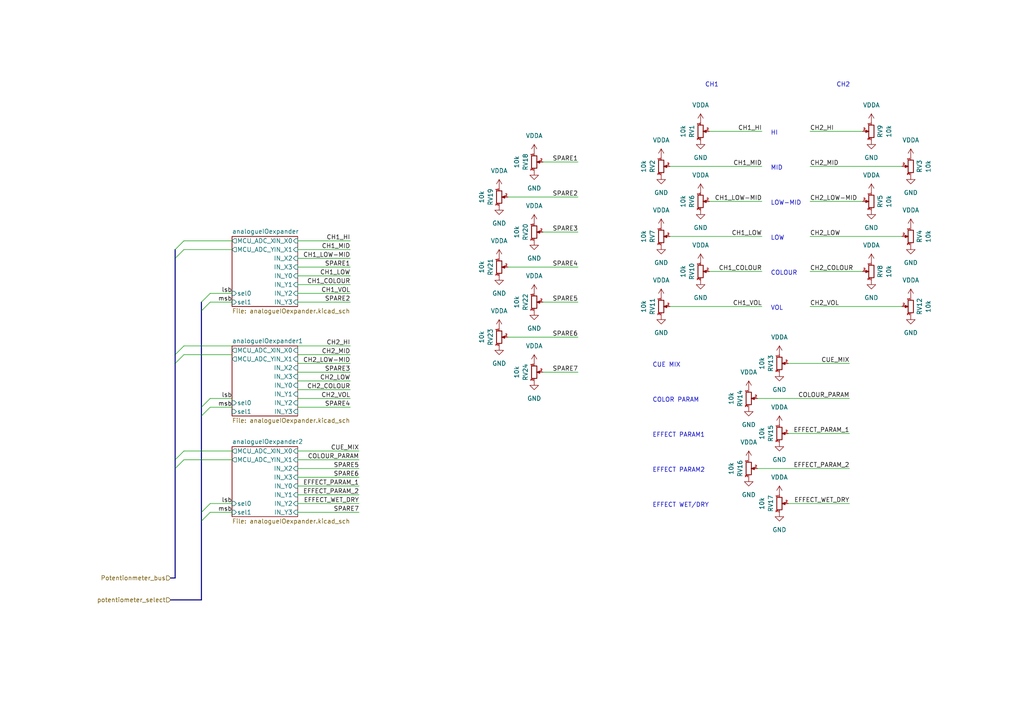
<source format=kicad_sch>
(kicad_sch (version 20230121) (generator eeschema)
  (paper "A4")
  (lib_symbols
    (symbol "Device:R_Potentiometer_Small" (pin_names (offset 1.016) hide)
      (property "Reference" "RV" (at -4.445 0 90))
      (property "Value" "R_Potentiometer_Small" (at -2.54 0 90))
      (symbol "R_Potentiometer_Small_0_1"
        (polyline (pts (xy 0.889 0) (xy 0.635 0) (xy 1.651 0.381) (xy 1.651 -0.381) (xy 0.635 0) (xy 0.889 0)) (fill (type outline)))
        (rectangle (start 0.762 1.8034) (end -0.762 -1.8034) (stroke (width 0.254)))
      )
      (symbol "R_Potentiometer_Small_1_1"
        (pin passive line (at 0 2.54 270) (length 0.635) (name "1") (number "1"))
        (pin passive line (at 2.54 0 180) (length 0.9906) (name "2") (number "2"))
        (pin passive line (at 0 -2.54 90) (length 0.635) (name "3") (number "3"))
      )
    )
    (symbol "power:GND" (power) (pin_names (offset 0))
      (property "Value" "GND" (at 0 -3.81 0))
      (symbol "GND_0_1"
        (polyline (pts (xy 0 0) (xy 0 -1.27) (xy 1.27 -1.27) (xy 0 -2.54) (xy -1.27 -1.27) (xy 0 -1.27)))
      )
      (symbol "GND_1_1"
        (pin power_in line (at 0 0 270) (length 0) hide (name "GND") (number "1"))
      )
    )
    (symbol "power:VDDA" (power) (pin_names (offset 0))
      (property "Value" "VDDA" (at 0 3.81 0))
      (symbol "VDDA_0_1"
        (polyline (pts (xy -0.762 1.27) (xy 0 2.54)))
        (polyline (pts (xy 0 0) (xy 0 2.54)))
        (polyline (pts (xy 0 2.54) (xy 0.762 1.27)))
      )
      (symbol "VDDA_1_1"
        (pin power_in line (at 0 0 90) (length 0) hide (name "VDDA") (number "1"))
      )
    )
  )
  (bus_entry (at 53.34 72.39) (size -2.54 2.54))
  (bus_entry (at 60.96 87.63) (size -2.54 2.54))
  (bus_entry (at 53.34 100.33) (size -2.54 2.54))
  (bus_entry (at 60.96 148.59) (size -2.54 2.54))
  (bus_entry (at 53.34 102.87) (size -2.54 2.54))
  (bus_entry (at 60.96 146.05) (size -2.54 2.54))
  (bus_entry (at 53.34 69.85) (size -2.54 2.54))
  (bus_entry (at 60.96 85.09) (size -2.54 2.54))
  (bus_entry (at 53.34 130.81) (size -2.54 2.54))
  (bus_entry (at 60.96 115.57) (size -2.54 2.54))
  (bus_entry (at 60.96 118.11) (size -2.54 2.54))
  (bus_entry (at 53.34 133.35) (size -2.54 2.54))
  (wire (pts (xy 86.36 110.49) (xy 101.6 110.49)))
  (wire (pts (xy 86.36 133.35) (xy 104.14 133.35)))
  (wire (pts (xy 86.36 72.39) (xy 101.6 72.39)))
  (wire (pts (xy 147.32 97.79) (xy 167.64 97.79)))
  (bus (pts (xy 50.8 133.35) (xy 50.8 135.89)))
  (wire (pts (xy 86.36 102.87) (xy 101.6 102.87)))
  (wire (pts (xy 86.36 85.09) (xy 101.6 85.09)))
  (wire (pts (xy 157.48 46.99) (xy 167.64 46.99)))
  (wire (pts (xy 250.19 38.1) (xy 234.95 38.1)))
  (wire (pts (xy 147.32 77.47) (xy 167.64 77.47)))
  (bus (pts (xy 50.8 74.93) (xy 50.8 72.39)))
  (bus (pts (xy 50.8 105.41) (xy 50.8 133.35)))
  (wire (pts (xy 194.31 68.58) (xy 220.98 68.58)))
  (wire (pts (xy 86.36 100.33) (xy 101.6 100.33)))
  (wire (pts (xy 194.31 88.9) (xy 220.98 88.9)))
  (wire (pts (xy 53.34 133.35) (xy 67.31 133.35)))
  (wire (pts (xy 86.36 130.81) (xy 104.14 130.81)))
  (wire (pts (xy 86.36 87.63) (xy 101.6 87.63)))
  (wire (pts (xy 67.31 146.05) (xy 60.96 146.05)))
  (wire (pts (xy 86.36 80.01) (xy 101.6 80.01)))
  (wire (pts (xy 86.36 146.05) (xy 104.14 146.05)))
  (wire (pts (xy 53.34 72.39) (xy 67.31 72.39)))
  (wire (pts (xy 205.74 38.1) (xy 220.98 38.1)))
  (wire (pts (xy 219.71 115.57) (xy 246.38 115.57)))
  (wire (pts (xy 67.31 148.59) (xy 60.96 148.59)))
  (wire (pts (xy 86.36 113.03) (xy 101.6 113.03)))
  (bus (pts (xy 58.42 118.11) (xy 58.42 120.65)))
  (wire (pts (xy 228.6 146.05) (xy 246.38 146.05)))
  (bus (pts (xy 50.8 167.64) (xy 50.8 135.89)))
  (wire (pts (xy 147.32 57.15) (xy 167.64 57.15)))
  (wire (pts (xy 157.48 107.95) (xy 167.64 107.95)))
  (wire (pts (xy 53.34 100.33) (xy 67.31 100.33)))
  (wire (pts (xy 228.6 125.73) (xy 246.38 125.73)))
  (wire (pts (xy 250.19 58.42) (xy 234.95 58.42)))
  (wire (pts (xy 157.48 67.31) (xy 167.64 67.31)))
  (wire (pts (xy 86.36 77.47) (xy 101.6 77.47)))
  (wire (pts (xy 86.36 82.55) (xy 101.6 82.55)))
  (wire (pts (xy 67.31 115.57) (xy 60.96 115.57)))
  (bus (pts (xy 49.53 167.64) (xy 50.8 167.64)))
  (wire (pts (xy 205.74 78.74) (xy 220.98 78.74)))
  (wire (pts (xy 86.36 140.97) (xy 104.14 140.97)))
  (bus (pts (xy 58.42 173.99) (xy 49.53 173.99)))
  (wire (pts (xy 228.6 105.41) (xy 246.38 105.41)))
  (wire (pts (xy 261.62 88.9) (xy 234.95 88.9)))
  (wire (pts (xy 219.71 135.89) (xy 246.38 135.89)))
  (wire (pts (xy 250.19 78.74) (xy 234.95 78.74)))
  (wire (pts (xy 86.36 135.89) (xy 104.14 135.89)))
  (bus (pts (xy 58.42 148.59) (xy 58.42 151.13)))
  (bus (pts (xy 58.42 87.63) (xy 58.42 90.17)))
  (wire (pts (xy 86.36 138.43) (xy 104.14 138.43)))
  (wire (pts (xy 67.31 85.09) (xy 60.96 85.09)))
  (bus (pts (xy 50.8 74.93) (xy 50.8 102.87)))
  (wire (pts (xy 67.31 118.11) (xy 60.96 118.11)))
  (bus (pts (xy 58.42 151.13) (xy 58.42 173.99)))
  (wire (pts (xy 261.62 68.58) (xy 234.95 68.58)))
  (wire (pts (xy 86.36 69.85) (xy 101.6 69.85)))
  (bus (pts (xy 50.8 102.87) (xy 50.8 105.41)))
  (wire (pts (xy 86.36 148.59) (xy 104.14 148.59)))
  (bus (pts (xy 58.42 120.65) (xy 58.42 148.59)))
  (wire (pts (xy 53.34 69.85) (xy 67.31 69.85)))
  (wire (pts (xy 86.36 107.95) (xy 101.6 107.95)))
  (wire (pts (xy 86.36 105.41) (xy 101.6 105.41)))
  (wire (pts (xy 53.34 130.81) (xy 67.31 130.81)))
  (wire (pts (xy 86.36 118.11) (xy 101.6 118.11)))
  (wire (pts (xy 86.36 115.57) (xy 101.6 115.57)))
  (wire (pts (xy 67.31 87.63) (xy 60.96 87.63)))
  (wire (pts (xy 86.36 74.93) (xy 101.6 74.93)))
  (wire (pts (xy 261.62 48.26) (xy 234.95 48.26)))
  (wire (pts (xy 53.34 102.87) (xy 67.31 102.87)))
  (wire (pts (xy 194.31 48.26) (xy 220.98 48.26)))
  (wire (pts (xy 86.36 143.51) (xy 104.14 143.51)))
  (wire (pts (xy 205.74 58.42) (xy 220.98 58.42)))
  (bus (pts (xy 58.42 90.17) (xy 58.42 118.11)))
  (wire (pts (xy 157.48 87.63) (xy 167.64 87.63)))
  (text "COLOR PARAM" (at 189.23 116.84 0) (effects (font (size 1.27 1.27)) (justify left bottom)))
  (text "MID" (at 223.52 49.53 0) (effects (font (size 1.27 1.27)) (justify left bottom)))
  (text "CH2" (at 242.57 25.4 0) (effects (font (size 1.27 1.27)) (justify left bottom)))
  (text "LOW-MID" (at 223.52 59.69 0) (effects (font (size 1.27 1.27)) (justify left bottom)))
  (text "VOL" (at 223.52 90.17 0) (effects (font (size 1.27 1.27)) (justify left bottom)))
  (text "CH1" (at 204.47 25.4 0) (effects (font (size 1.27 1.27)) (justify left bottom)))
  (text "CUE MIX" (at 189.23 106.68 0) (effects (font (size 1.27 1.27)) (justify left bottom)))
  (text "LOW" (at 223.52 69.85 0) (effects (font (size 1.27 1.27)) (justify left bottom)))
  (text "EFFECT PARAM1" (at 189.23 127 0) (effects (font (size 1.27 1.27)) (justify left bottom)))
  (text "EFFECT PARAM2" (at 189.23 137.16 0) (effects (font (size 1.27 1.27)) (justify left bottom)))
  (text "COLOUR" (at 223.52 80.01 0) (effects (font (size 1.27 1.27)) (justify left bottom)))
  (text "HI" (at 223.52 39.37 0) (effects (font (size 1.27 1.27)) (justify left bottom)))
  (text "EFFECT WET/DRY" (at 189.23 147.32 0) (effects (font (size 1.27 1.27)) (justify left bottom)))
  (label "CH1_VOL" (at 220.98 88.9 180))
  (label "COLOUR_PARAM" (at 246.38 115.57 180))
  (label "msb" (at 67.31 87.63 180))
  (label "CH2_MID" (at 101.6 102.87 180))
  (label "CH2_LOW-MID" (at 101.6 105.41 180))
  (label "CH1_COLOUR" (at 220.98 78.74 180))
  (label "CH2_MID" (at 234.95 48.26 0))
  (label "EFFECT_PARAM_2" (at 104.14 143.51 180))
  (label "SPARE5" (at 104.14 135.89 180))
  (label "SPARE6" (at 104.14 138.43 180))
  (label "CUE_MIX" (at 246.38 105.41 180))
  (label "CH2_LOW-MID" (at 234.95 58.42 0))
  (label "SPARE6" (at 167.64 97.79 180))
  (label "CH1_LOW" (at 220.98 68.58 180))
  (label "CH1_HI" (at 220.98 38.1 180))
  (label "CH1_LOW" (at 101.6 80.01 180))
  (label "EFFECT_PARAM_1" (at 246.38 125.73 180))
  (label "SPARE4" (at 101.6 118.11 180))
  (label "msb" (at 67.31 118.11 180))
  (label "CH2_HI" (at 101.6 100.33 180))
  (label "CH1_VOL" (at 101.6 85.09 180))
  (label "CH1_MID" (at 220.98 48.26 180))
  (label "EFFECT_PARAM_1" (at 104.14 140.97 180))
  (label "CH1_LOW-MID" (at 220.98 58.42 180))
  (label "SPARE7" (at 104.14 148.59 180))
  (label "SPARE7" (at 167.64 107.95 180))
  (label "EFFECT_WET_DRY" (at 246.38 146.05 180))
  (label "CH2_VOL" (at 234.95 88.9 0))
  (label "msb" (at 67.31 148.59 180))
  (label "SPARE5" (at 167.64 87.63 180))
  (label "lsb" (at 67.31 115.57 180))
  (label "SPARE3" (at 101.6 107.95 180))
  (label "lsb" (at 67.31 146.05 180))
  (label "SPARE2" (at 167.64 57.15 180))
  (label "SPARE4" (at 167.64 77.47 180))
  (label "EFFECT_WET_DRY" (at 104.14 146.05 180))
  (label "CH2_LOW" (at 234.95 68.58 0))
  (label "SPARE1" (at 101.6 77.47 180))
  (label "CH2_COLOUR" (at 234.95 78.74 0))
  (label "CH2_VOL" (at 101.6 115.57 180))
  (label "CH2_LOW" (at 101.6 110.49 180))
  (label "CH2_COLOUR" (at 101.6 113.03 180))
  (label "CH1_HI" (at 101.6 69.85 180))
  (label "CUE_MIX" (at 104.14 130.81 180))
  (label "COLOUR_PARAM" (at 104.14 133.35 180))
  (label "EFFECT_PARAM_2" (at 246.38 135.89 180))
  (label "lsb" (at 67.31 85.09 180))
  (label "CH2_HI" (at 234.95 38.1 0))
  (label "CH1_MID" (at 101.6 72.39 180))
  (label "SPARE2" (at 101.6 87.63 180))
  (label "CH1_COLOUR" (at 101.6 82.55 180))
  (label "SPARE1" (at 167.64 46.99 180))
  (label "SPARE3" (at 167.64 67.31 180))
  (label "CH1_LOW-MID" (at 101.6 74.93 180))
  (hierarchical_label "potentiometer_select" (shape input) (at 49.53 173.99 180))
  (hierarchical_label "Potentionmeter_bus" (shape input) (at 49.53 167.64 180))
  (symbol (lib_id "power:GND") (at 252.73 40.64 0) (unit 1)
    (property "Reference" "#PWR020" (effects hide))
    (property "Value" "GND" (at 252.73 45.72 0))
  )
  (symbol (lib_id "power:GND") (at 217.17 118.11 0) (unit 1)
    (property "Reference" "#PWR041" (effects hide))
    (property "Value" "GND" (at 217.17 123.19 0))
  )
  (symbol (lib_id "power:VDDA") (at 191.77 45.72 0) (unit 1)
    (property "Reference" "#PWR05" (effects hide))
    (property "Value" "VDDA" (at 191.77 40.64 0))
  )
  (symbol (lib_id "power:VDDA") (at 264.16 45.72 0) (unit 1)
    (property "Reference" "#PWR06" (effects hide))
    (property "Value" "VDDA" (at 264.16 40.64 0))
  )
  (symbol (lib_id "power:VDDA") (at 252.73 55.88 0) (unit 1)
    (property "Reference" "#PWR08" (effects hide))
    (property "Value" "VDDA" (at 252.73 50.8 0))
  )
  (symbol (lib_id "power:GND") (at 144.78 59.69 0) (unit 1)
    (property "Reference" "#PWR039" (effects hide))
    (property "Value" "GND" (at 144.78 64.77 0))
  )
  (symbol (lib_id "power:VDDA") (at 252.73 35.56 0) (unit 1)
    (property "Reference" "#PWR04" (effects hide))
    (property "Value" "VDDA" (at 252.73 30.48 0))
  )
  (symbol (lib_id "Device:R_Potentiometer_Small") (at 226.06 105.41 0) (unit 1)
    (property "Reference" "RV13" (at 223.52 105.41 90))
    (property "Value" "10k" (at 220.98 105.41 90))
  )
  (symbol (lib_id "power:VDDA") (at 226.06 102.87 0) (unit 1)
    (property "Reference" "#PWR049" (effects hide))
    (property "Value" "VDDA" (at 226.06 97.79 0))
  )
  (symbol (lib_id "power:VDDA") (at 191.77 66.04 0) (unit 1)
    (property "Reference" "#PWR09" (effects hide))
    (property "Value" "VDDA" (at 191.77 60.96 0))
  )
  (symbol (lib_id "power:VDDA") (at 226.06 143.51 0) (unit 1)
    (property "Reference" "#PWR045" (effects hide))
    (property "Value" "VDDA" (at 226.06 138.43 0))
  )
  (symbol (lib_id "power:VDDA") (at 226.06 123.19 0) (unit 1)
    (property "Reference" "#PWR047" (effects hide))
    (property "Value" "VDDA" (at 226.06 118.11 0))
  )
  (symbol (lib_id "Device:R_Potentiometer_Small") (at 144.78 57.15 0) (unit 1)
    (property "Reference" "RV19" (at 142.24 57.15 90))
    (property "Value" "10k" (at 139.7 57.15 90))
  )
  (symbol (lib_id "power:VDDA") (at 252.73 76.2 0) (unit 1)
    (property "Reference" "#PWR012" (effects hide))
    (property "Value" "VDDA" (at 252.73 71.12 0))
  )
  (symbol (lib_id "power:GND") (at 264.16 50.8 0) (unit 1)
    (property "Reference" "#PWR019" (effects hide))
    (property "Value" "GND" (at 264.16 55.88 0))
  )
  (symbol (lib_id "power:VDDA") (at 203.2 76.2 0) (unit 1)
    (property "Reference" "#PWR011" (effects hide))
    (property "Value" "VDDA" (at 203.2 71.12 0))
  )
  (symbol (lib_id "Device:R_Potentiometer_Small") (at 154.94 87.63 0) (unit 1)
    (property "Reference" "RV22" (at 152.4 87.63 90))
    (property "Value" "10k" (at 149.86 87.63 90))
  )
  (symbol (lib_id "Device:R_Potentiometer_Small") (at 226.06 146.05 0) (unit 1)
    (property "Reference" "RV17" (at 223.52 146.05 90))
    (property "Value" "10k" (at 220.98 146.05 90))
  )
  (symbol (lib_id "power:GND") (at 203.2 60.96 0) (unit 1)
    (property "Reference" "#PWR023" (effects hide))
    (property "Value" "GND" (at 203.2 66.04 0))
  )
  (symbol (lib_id "power:VDDA") (at 154.94 85.09 0) (unit 1)
    (property "Reference" "#PWR031" (effects hide))
    (property "Value" "VDDA" (at 154.94 80.01 0))
  )
  (symbol (lib_id "power:GND") (at 191.77 71.12 0) (unit 1)
    (property "Reference" "#PWR024" (effects hide))
    (property "Value" "GND" (at 191.77 76.2 0))
  )
  (symbol (lib_id "Device:R_Potentiometer_Small") (at 217.17 135.89 0) (unit 1)
    (property "Reference" "RV16" (at 214.63 135.89 90))
    (property "Value" "10k" (at 212.09 135.89 90))
  )
  (symbol (lib_id "power:GND") (at 264.16 91.44 0) (unit 1)
    (property "Reference" "#PWR015" (effects hide))
    (property "Value" "GND" (at 264.16 96.52 0))
  )
  (symbol (lib_id "power:GND") (at 252.73 60.96 0) (unit 1)
    (property "Reference" "#PWR018" (effects hide))
    (property "Value" "GND" (at 252.73 66.04 0))
  )
  (symbol (lib_id "power:VDDA") (at 217.17 133.35 0) (unit 1)
    (property "Reference" "#PWR046" (effects hide))
    (property "Value" "VDDA" (at 217.17 128.27 0))
  )
  (symbol (lib_id "Device:R_Potentiometer_Small") (at 264.16 48.26 0) (mirror y) (unit 1)
    (property "Reference" "RV3" (at 266.7 48.26 90))
    (property "Value" "10k" (at 269.24 48.26 90))
  )
  (symbol (lib_id "Device:R_Potentiometer_Small") (at 203.2 38.1 0) (unit 1)
    (property "Reference" "RV1" (at 200.66 38.1 90))
    (property "Value" "10k" (at 198.12 38.1 90))
  )
  (symbol (lib_id "power:GND") (at 154.94 69.85 0) (unit 1)
    (property "Reference" "#PWR038" (effects hide))
    (property "Value" "GND" (at 154.94 74.93 0))
  )
  (symbol (lib_id "Device:R_Potentiometer_Small") (at 264.16 68.58 0) (mirror y) (unit 1)
    (property "Reference" "RV4" (at 266.7 68.58 90))
    (property "Value" "10k" (at 269.24 68.58 90))
  )
  (symbol (lib_id "Device:R_Potentiometer_Small") (at 154.94 107.95 0) (unit 1)
    (property "Reference" "RV24" (at 152.4 107.95 90))
    (property "Value" "10k" (at 149.86 107.95 90))
  )
  (symbol (lib_id "Device:R_Potentiometer_Small") (at 203.2 78.74 0) (unit 1)
    (property "Reference" "RV10" (at 200.66 78.74 90))
    (property "Value" "10k" (at 198.12 78.74 90))
  )
  (symbol (lib_id "power:VDDA") (at 191.77 86.36 0) (unit 1)
    (property "Reference" "#PWR013" (effects hide))
    (property "Value" "VDDA" (at 191.77 81.28 0))
  )
  (symbol (lib_id "power:GND") (at 154.94 90.17 0) (unit 1)
    (property "Reference" "#PWR036" (effects hide))
    (property "Value" "GND" (at 154.94 95.25 0))
  )
  (symbol (lib_id "power:GND") (at 154.94 110.49 0) (unit 1)
    (property "Reference" "#PWR034" (effects hide))
    (property "Value" "GND" (at 154.94 115.57 0))
  )
  (symbol (lib_id "power:VDDA") (at 154.94 105.41 0) (unit 1)
    (property "Reference" "#PWR033" (effects hide))
    (property "Value" "VDDA" (at 154.94 100.33 0))
  )
  (symbol (lib_id "power:VDDA") (at 203.2 55.88 0) (unit 1)
    (property "Reference" "#PWR07" (effects hide))
    (property "Value" "VDDA" (at 203.2 50.8 0))
  )
  (symbol (lib_id "power:VDDA") (at 217.17 113.03 0) (unit 1)
    (property "Reference" "#PWR048" (effects hide))
    (property "Value" "VDDA" (at 217.17 107.95 0))
  )
  (symbol (lib_id "Device:R_Potentiometer_Small") (at 203.2 58.42 0) (unit 1)
    (property "Reference" "RV6" (at 200.66 58.42 90))
    (property "Value" "10k" (at 198.12 58.42 90))
  )
  (symbol (lib_id "power:VDDA") (at 154.94 64.77 0) (unit 1)
    (property "Reference" "#PWR029" (effects hide))
    (property "Value" "VDDA" (at 154.94 59.69 0))
  )
  (symbol (lib_id "Device:R_Potentiometer_Small") (at 252.73 58.42 0) (mirror y) (unit 1)
    (property "Reference" "RV5" (at 255.27 58.42 90))
    (property "Value" "10k" (at 257.81 58.42 90))
  )
  (symbol (lib_id "power:GND") (at 203.2 81.28 0) (unit 1)
    (property "Reference" "#PWR025" (effects hide))
    (property "Value" "GND" (at 203.2 86.36 0))
  )
  (symbol (lib_id "Device:R_Potentiometer_Small") (at 144.78 97.79 0) (unit 1)
    (property "Reference" "RV23" (at 142.24 97.79 90))
    (property "Value" "10k" (at 139.7 97.79 90))
  )
  (symbol (lib_id "power:VDDA") (at 144.78 74.93 0) (unit 1)
    (property "Reference" "#PWR030" (effects hide))
    (property "Value" "VDDA" (at 144.78 69.85 0))
  )
  (symbol (lib_id "Device:R_Potentiometer_Small") (at 154.94 46.99 0) (unit 1)
    (property "Reference" "RV18" (at 152.4 46.99 90))
    (property "Value" "10k" (at 149.86 46.99 90))
  )
  (symbol (lib_id "power:GND") (at 252.73 81.28 0) (unit 1)
    (property "Reference" "#PWR016" (effects hide))
    (property "Value" "GND" (at 252.73 86.36 0))
  )
  (symbol (lib_id "power:GND") (at 217.17 138.43 0) (unit 1)
    (property "Reference" "#PWR050" (effects hide))
    (property "Value" "GND" (at 217.17 143.51 0))
  )
  (symbol (lib_id "power:GND") (at 226.06 128.27 0) (unit 1)
    (property "Reference" "#PWR043" (effects hide))
    (property "Value" "GND" (at 226.06 133.35 0))
  )
  (symbol (lib_id "power:VDDA") (at 203.2 35.56 0) (unit 1)
    (property "Reference" "#PWR03" (effects hide))
    (property "Value" "VDDA" (at 203.2 30.48 0))
  )
  (symbol (lib_id "power:GND") (at 264.16 71.12 0) (unit 1)
    (property "Reference" "#PWR017" (effects hide))
    (property "Value" "GND" (at 264.16 76.2 0))
  )
  (symbol (lib_id "power:GND") (at 191.77 91.44 0) (unit 1)
    (property "Reference" "#PWR026" (effects hide))
    (property "Value" "GND" (at 191.77 96.52 0))
  )
  (symbol (lib_id "Device:R_Potentiometer_Small") (at 144.78 77.47 0) (unit 1)
    (property "Reference" "RV21" (at 142.24 77.47 90))
    (property "Value" "10k" (at 139.7 77.47 90))
  )
  (symbol (lib_id "Device:R_Potentiometer_Small") (at 252.73 78.74 0) (mirror y) (unit 1)
    (property "Reference" "RV8" (at 255.27 78.74 90))
    (property "Value" "10k" (at 257.81 78.74 90))
  )
  (symbol (lib_id "power:VDDA") (at 154.94 44.45 0) (unit 1)
    (property "Reference" "#PWR028" (effects hide))
    (property "Value" "VDDA" (at 154.94 39.37 0))
  )
  (symbol (lib_id "power:GND") (at 226.06 148.59 0) (unit 1)
    (property "Reference" "#PWR044" (effects hide))
    (property "Value" "GND" (at 226.06 153.67 0))
  )
  (symbol (lib_id "Device:R_Potentiometer_Small") (at 191.77 68.58 0) (unit 1)
    (property "Reference" "RV7" (at 189.23 68.58 90))
    (property "Value" "10k" (at 186.69 68.58 90))
  )
  (symbol (lib_id "power:VDDA") (at 144.78 54.61 0) (unit 1)
    (property "Reference" "#PWR027" (effects hide))
    (property "Value" "VDDA" (at 144.78 49.53 0))
  )
  (symbol (lib_id "power:VDDA") (at 264.16 66.04 0) (unit 1)
    (property "Reference" "#PWR010" (effects hide))
    (property "Value" "VDDA" (at 264.16 60.96 0))
  )
  (symbol (lib_id "power:GND") (at 203.2 40.64 0) (unit 1)
    (property "Reference" "#PWR021" (effects hide))
    (property "Value" "GND" (at 203.2 45.72 0))
  )
  (symbol (lib_id "power:GND") (at 154.94 49.53 0) (unit 1)
    (property "Reference" "#PWR040" (effects hide))
    (property "Value" "GND" (at 154.94 54.61 0))
  )
  (symbol (lib_id "power:GND") (at 144.78 80.01 0) (unit 1)
    (property "Reference" "#PWR037" (effects hide))
    (property "Value" "GND" (at 144.78 85.09 0))
  )
  (symbol (lib_id "power:GND") (at 144.78 100.33 0) (unit 1)
    (property "Reference" "#PWR035" (effects hide))
    (property "Value" "GND" (at 144.78 105.41 0))
  )
  (symbol (lib_id "Device:R_Potentiometer_Small") (at 191.77 48.26 0) (unit 1)
    (property "Reference" "RV2" (at 189.23 48.26 90))
    (property "Value" "10k" (at 186.69 48.26 90))
  )
  (symbol (lib_id "power:GND") (at 191.77 50.8 0) (unit 1)
    (property "Reference" "#PWR022" (effects hide))
    (property "Value" "GND" (at 191.77 55.88 0))
  )
  (symbol (lib_id "Device:R_Potentiometer_Small") (at 217.17 115.57 0) (unit 1)
    (property "Reference" "RV14" (at 214.63 115.57 90))
    (property "Value" "10k" (at 212.09 115.57 90))
  )
  (symbol (lib_id "power:GND") (at 226.06 107.95 0) (unit 1)
    (property "Reference" "#PWR042" (effects hide))
    (property "Value" "GND" (at 226.06 113.03 0))
  )
  (symbol (lib_id "power:VDDA") (at 144.78 95.25 0) (unit 1)
    (property "Reference" "#PWR032" (effects hide))
    (property "Value" "VDDA" (at 144.78 90.17 0))
  )
  (symbol (lib_id "Device:R_Potentiometer_Small") (at 226.06 125.73 0) (unit 1)
    (property "Reference" "RV15" (at 223.52 125.73 90))
    (property "Value" "10k" (at 220.98 125.73 90))
  )
  (symbol (lib_id "power:VDDA") (at 264.16 86.36 0) (unit 1)
    (property "Reference" "#PWR014" (effects hide))
    (property "Value" "VDDA" (at 264.16 81.28 0))
  )
  (symbol (lib_id "Device:R_Potentiometer_Small") (at 264.16 88.9 0) (mirror y) (unit 1)
    (property "Reference" "RV12" (at 266.7 88.9 90))
    (property "Value" "10k" (at 269.24 88.9 90))
  )
  (symbol (lib_id "Device:R_Potentiometer_Small") (at 252.73 38.1 0) (mirror y) (unit 1)
    (property "Reference" "RV9" (at 255.27 38.1 90))
    (property "Value" "10k" (at 257.81 38.1 90))
  )
  (symbol (lib_id "Device:R_Potentiometer_Small") (at 191.77 88.9 0) (unit 1)
    (property "Reference" "RV11" (at 189.23 88.9 90))
    (property "Value" "10k" (at 186.69 88.9 90))
  )
  (symbol (lib_id "Device:R_Potentiometer_Small") (at 154.94 67.31 0) (unit 1)
    (property "Reference" "RV20" (at 152.4 67.31 90))
    (property "Value" "10k" (at 149.86 67.31 90))
  )
  (sheet (at 67.31 129.54) (size 19.05 20.32) (stroke (width 0.1524))
    (property "Sheetname" "analogueIOexpander2" (at 67.31 128.8284 0) (effects (justify left bottom)))
    (property "Sheetfile" "analogueIOexpander.kicad_sch" (at 67.31 150.4446 0) (effects (justify left top)))
    (pin "sel1" input (at 67.31 148.59 180))
    (pin "sel0" input (at 67.31 146.05 180))
    (pin "MCU_ADC_Y" output (at 67.31 133.35 180))
    (pin "MCU_ADC_X" output (at 67.31 130.81 180))
    (pin "IN_X1" input (at 86.36 133.35 0))
    (pin "IN_Y2" input (at 86.36 146.05 0))
    (pin "IN_Y1" input (at 86.36 143.51 0))
    (pin "IN_Y0" input (at 86.36 140.97 0))
    (pin "IN_X3" input (at 86.36 138.43 0))
    (pin "IN_Y3" input (at 86.36 148.59 0))
    (pin "IN_X2" input (at 86.36 135.89 0))
    (pin "IN_X0" input (at 86.36 130.81 0))
  )
  (sheet (at 67.31 100.33) (size 19.05 20.32) (stroke (width 0.1524))
    (property "Sheetname" "analogueIOexpander1" (at 67.31 99.6184 0) (effects (justify left bottom)))
    (property "Sheetfile" "analogueIOexpander.kicad_sch" (at 67.31 121.2346 0) (effects (justify left top)))
    (pin "sel1" input (at 67.31 119.38 180))
    (pin "sel0" input (at 67.31 116.84 180))
    (pin "MCU_ADC_Y" output (at 67.31 104.14 180))
    (pin "MCU_ADC_X" output (at 67.31 101.6 180))
    (pin "IN_X1" input (at 86.36 104.14 0))
    (pin "IN_Y2" input (at 86.36 116.84 0))
    (pin "IN_Y1" input (at 86.36 114.3 0))
    (pin "IN_Y0" input (at 86.36 111.76 0))
    (pin "IN_X3" input (at 86.36 109.22 0))
    (pin "IN_Y3" input (at 86.36 119.38 0))
    (pin "IN_X2" input (at 86.36 106.68 0))
    (pin "IN_X0" input (at 86.36 101.6 0))
  )
  (sheet (at 67.31 68.58) (size 19.05 20.32) (stroke (width 0.1524))
    (property "Sheetname" "analogueIOexpander" (at 67.31 67.8684 0) (effects (justify left bottom)))
    (property "Sheetfile" "analogueIOexpander.kicad_sch" (at 67.31 89.4846 0) (effects (justify left top)))
    (pin "sel1" input (at 67.31 87.63 180))
    (pin "sel0" input (at 67.31 85.09 180))
    (pin "MCU_ADC_Y" output (at 67.31 72.39 180))
    (pin "MCU_ADC_X" output (at 67.31 69.85 180))
    (pin "IN_X1" input (at 86.36 72.39 0))
    (pin "IN_Y2" input (at 86.36 85.09 0))
    (pin "IN_Y1" input (at 86.36 82.55 0))
    (pin "IN_Y0" input (at 86.36 80.01 0))
    (pin "IN_X3" input (at 86.36 77.47 0))
    (pin "IN_Y3" input (at 86.36 87.63 0))
    (pin "IN_X2" input (at 86.36 74.93 0))
    (pin "IN_X0" input (at 86.36 69.85 0))
  )
)
</source>
